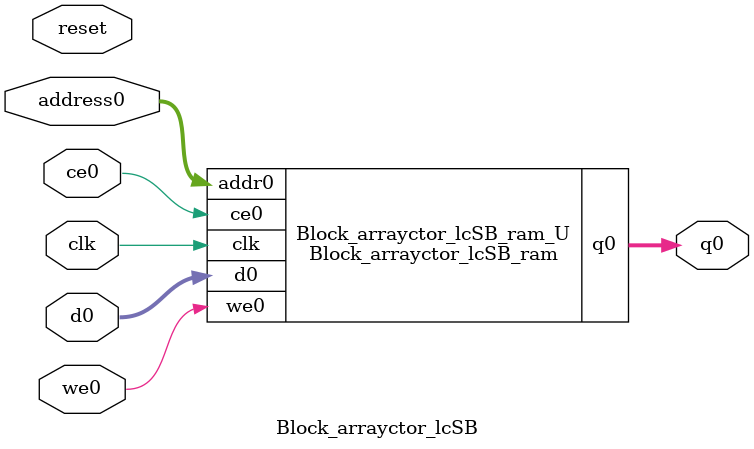
<source format=v>
`timescale 1 ns / 1 ps
module Block_arrayctor_lcSB_ram (addr0, ce0, d0, we0, q0,  clk);

parameter DWIDTH = 5;
parameter AWIDTH = 7;
parameter MEM_SIZE = 80;

input[AWIDTH-1:0] addr0;
input ce0;
input[DWIDTH-1:0] d0;
input we0;
output reg[DWIDTH-1:0] q0;
input clk;

(* ram_style = "distributed" *)reg [DWIDTH-1:0] ram[0:MEM_SIZE-1];




always @(posedge clk)  
begin 
    if (ce0) begin
        if (we0) 
            ram[addr0] <= d0; 
        q0 <= ram[addr0];
    end
end


endmodule

`timescale 1 ns / 1 ps
module Block_arrayctor_lcSB(
    reset,
    clk,
    address0,
    ce0,
    we0,
    d0,
    q0);

parameter DataWidth = 32'd5;
parameter AddressRange = 32'd80;
parameter AddressWidth = 32'd7;
input reset;
input clk;
input[AddressWidth - 1:0] address0;
input ce0;
input we0;
input[DataWidth - 1:0] d0;
output[DataWidth - 1:0] q0;



Block_arrayctor_lcSB_ram Block_arrayctor_lcSB_ram_U(
    .clk( clk ),
    .addr0( address0 ),
    .ce0( ce0 ),
    .we0( we0 ),
    .d0( d0 ),
    .q0( q0 ));

endmodule


</source>
